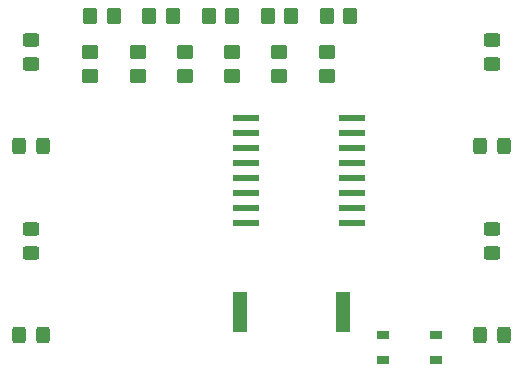
<source format=gbr>
%TF.GenerationSoftware,KiCad,Pcbnew,(6.0.9)*%
%TF.CreationDate,2023-11-13T18:20:47-08:00*%
%TF.ProjectId,music_card,6d757369-635f-4636-9172-642e6b696361,rev?*%
%TF.SameCoordinates,Original*%
%TF.FileFunction,Paste,Top*%
%TF.FilePolarity,Positive*%
%FSLAX46Y46*%
G04 Gerber Fmt 4.6, Leading zero omitted, Abs format (unit mm)*
G04 Created by KiCad (PCBNEW (6.0.9)) date 2023-11-13 18:20:47*
%MOMM*%
%LPD*%
G01*
G04 APERTURE LIST*
G04 Aperture macros list*
%AMRoundRect*
0 Rectangle with rounded corners*
0 $1 Rounding radius*
0 $2 $3 $4 $5 $6 $7 $8 $9 X,Y pos of 4 corners*
0 Add a 4 corners polygon primitive as box body*
4,1,4,$2,$3,$4,$5,$6,$7,$8,$9,$2,$3,0*
0 Add four circle primitives for the rounded corners*
1,1,$1+$1,$2,$3*
1,1,$1+$1,$4,$5*
1,1,$1+$1,$6,$7*
1,1,$1+$1,$8,$9*
0 Add four rect primitives between the rounded corners*
20,1,$1+$1,$2,$3,$4,$5,0*
20,1,$1+$1,$4,$5,$6,$7,0*
20,1,$1+$1,$6,$7,$8,$9,0*
20,1,$1+$1,$8,$9,$2,$3,0*%
G04 Aperture macros list end*
%ADD10RoundRect,0.250000X-0.325000X-0.450000X0.325000X-0.450000X0.325000X0.450000X-0.325000X0.450000X0*%
%ADD11RoundRect,0.250000X-0.450000X0.350000X-0.450000X-0.350000X0.450000X-0.350000X0.450000X0.350000X0*%
%ADD12R,2.200000X0.600000*%
%ADD13RoundRect,0.250000X0.450000X-0.325000X0.450000X0.325000X-0.450000X0.325000X-0.450000X-0.325000X0*%
%ADD14RoundRect,0.250000X0.450000X-0.350000X0.450000X0.350000X-0.450000X0.350000X-0.450000X-0.350000X0*%
%ADD15R,0.990600X0.711200*%
%ADD16RoundRect,0.250000X0.350000X0.450000X-0.350000X0.450000X-0.350000X-0.450000X0.350000X-0.450000X0*%
%ADD17RoundRect,0.250000X0.325000X0.450000X-0.325000X0.450000X-0.325000X-0.450000X0.325000X-0.450000X0*%
%ADD18R,1.300000X3.400000*%
%ADD19RoundRect,0.250000X-0.350000X-0.450000X0.350000X-0.450000X0.350000X0.450000X-0.350000X0.450000X0*%
G04 APERTURE END LIST*
D10*
%TO.C,D8*%
X156000000Y-125000000D03*
X158050000Y-125000000D03*
%TD*%
D11*
%TO.C,R7*%
X123000000Y-101000000D03*
X123000000Y-103000000D03*
%TD*%
D12*
%TO.C,U1*%
X136130000Y-106555000D03*
X136130000Y-107825000D03*
X136130000Y-109095000D03*
X136130000Y-110365000D03*
X136130000Y-111635000D03*
X136130000Y-112905000D03*
X136130000Y-114175000D03*
X136130000Y-115445000D03*
X145140000Y-115445000D03*
X145140000Y-114175000D03*
X145140000Y-112905000D03*
X145140000Y-111635000D03*
X145140000Y-110365000D03*
X145140000Y-109095000D03*
X145140000Y-107825000D03*
X145140000Y-106555000D03*
%TD*%
D13*
%TO.C,D6*%
X118000000Y-118025000D03*
X118000000Y-115975000D03*
%TD*%
D14*
%TO.C,R1*%
X139000000Y-103000000D03*
X139000000Y-101000000D03*
%TD*%
D13*
%TO.C,D3*%
X157000000Y-118025000D03*
X157000000Y-115975000D03*
%TD*%
D14*
%TO.C,R3*%
X131000000Y-103000000D03*
X131000000Y-101000000D03*
%TD*%
D15*
%TO.C,SW1*%
X147749999Y-124925001D03*
X152250001Y-124925001D03*
X147749999Y-127074999D03*
X152250001Y-127074999D03*
%TD*%
D14*
%TO.C,R5*%
X135000000Y-103000000D03*
X135000000Y-101000000D03*
%TD*%
D16*
%TO.C,pull_down1*%
X135000000Y-98000000D03*
X133000000Y-98000000D03*
%TD*%
D17*
%TO.C,D1*%
X119025000Y-125000000D03*
X116975000Y-125000000D03*
%TD*%
D10*
%TO.C,D5*%
X156000000Y-109000000D03*
X158050000Y-109000000D03*
%TD*%
D11*
%TO.C,R2*%
X143000000Y-101000000D03*
X143000000Y-103000000D03*
%TD*%
D13*
%TO.C,D4*%
X118000000Y-102025000D03*
X118000000Y-99975000D03*
%TD*%
D17*
%TO.C,D2*%
X119025000Y-109000000D03*
X116975000Y-109000000D03*
%TD*%
D16*
%TO.C,pull_down2*%
X130000000Y-98000000D03*
X128000000Y-98000000D03*
%TD*%
D18*
%TO.C,BZ1*%
X144350000Y-123000000D03*
X135650000Y-123000000D03*
%TD*%
D19*
%TO.C,pull_up1*%
X138000000Y-98000000D03*
X140000000Y-98000000D03*
%TD*%
D11*
%TO.C,R6*%
X127000000Y-101000000D03*
X127000000Y-103000000D03*
%TD*%
D19*
%TO.C,R4*%
X143000000Y-98000000D03*
X145000000Y-98000000D03*
%TD*%
%TO.C,pull_down3*%
X123000000Y-98000000D03*
X125000000Y-98000000D03*
%TD*%
D13*
%TO.C,D7*%
X157000000Y-102050000D03*
X157000000Y-100000000D03*
%TD*%
M02*

</source>
